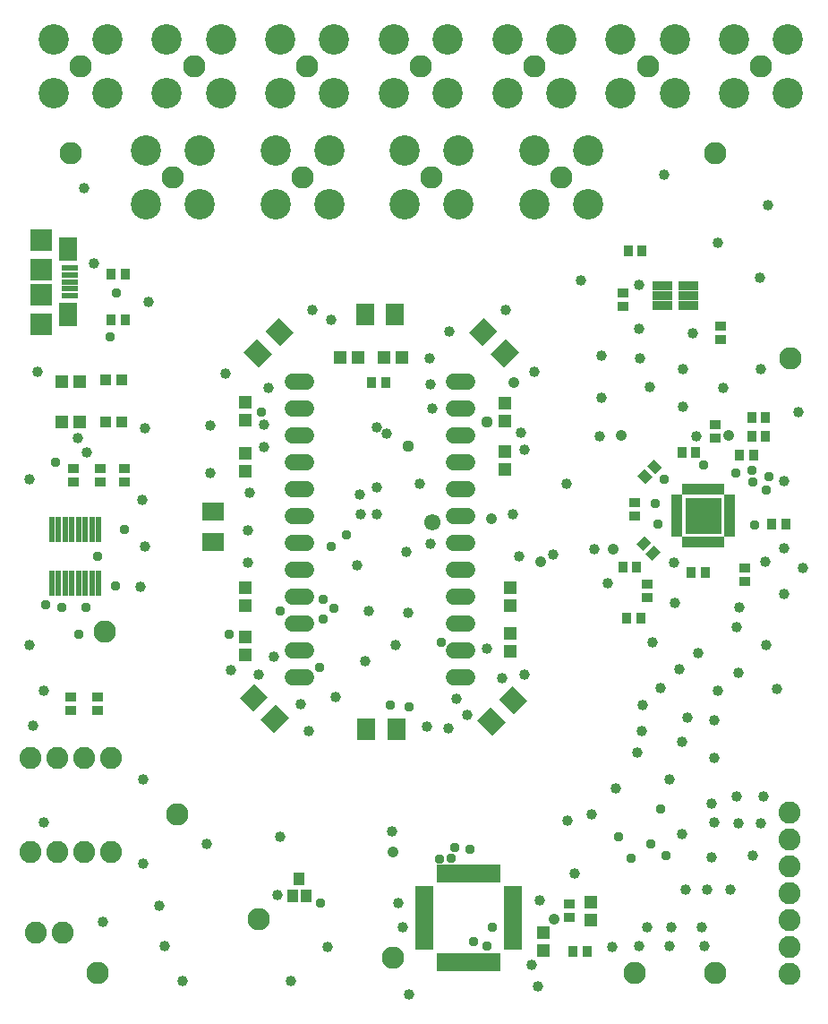
<source format=gbr>
G04 EAGLE Gerber RS-274X export*
G75*
%MOMM*%
%FSLAX34Y34*%
%LPD*%
%INSoldermask Top*%
%IPPOS*%
%AMOC8*
5,1,8,0,0,1.08239X$1,22.5*%
G01*
%ADD10C,2.108200*%
%ADD11R,0.903200X1.103200*%
%ADD12R,1.103200X0.903200*%
%ADD13R,1.203200X1.303200*%
%ADD14C,2.082800*%
%ADD15R,1.553200X0.603200*%
%ADD16R,1.803200X2.303200*%
%ADD17R,2.103200X2.003200*%
%ADD18R,2.103200X2.103200*%
%ADD19R,1.003200X1.003200*%
%ADD20R,1.803200X2.006200*%
%ADD21R,1.303200X1.203200*%
%ADD22R,1.803200X0.503200*%
%ADD23R,0.503200X1.803200*%
%ADD24R,1.828800X0.812800*%
%ADD25R,0.609600X2.489200*%
%ADD26R,1.003200X1.203200*%
%ADD27R,0.508000X1.117600*%
%ADD28R,1.117600X0.508000*%
%ADD29R,3.403600X3.403600*%
%ADD30C,1.061200*%
%ADD31R,2.006200X1.803200*%
%ADD32C,2.870200*%
%ADD33C,1.524000*%
%ADD34C,0.959600*%
%ADD35C,1.009600*%
%ADD36C,1.059600*%
%ADD37C,1.109600*%
%ADD38C,1.553200*%


D10*
X88900Y38100D03*
X673100Y38100D03*
X673100Y812800D03*
X63500Y812800D03*
D11*
X641200Y529590D03*
X654200Y529590D03*
X590400Y720090D03*
X603400Y720090D03*
D12*
X673100Y556410D03*
X673100Y543410D03*
D11*
X720240Y562610D03*
X707240Y562610D03*
X739290Y462280D03*
X726290Y462280D03*
X114450Y698500D03*
X101450Y698500D03*
X114450Y655320D03*
X101450Y655320D03*
D12*
X66040Y514500D03*
X66040Y501500D03*
X91440Y514500D03*
X91440Y501500D03*
X114300Y514500D03*
X114300Y501500D03*
D11*
G36*
X613367Y506507D02*
X606981Y500121D01*
X599181Y507921D01*
X605567Y514307D01*
X613367Y506507D01*
G37*
G36*
X622559Y515699D02*
X616173Y509313D01*
X608373Y517113D01*
X614759Y523499D01*
X622559Y515699D01*
G37*
D13*
X554990Y105020D03*
X554990Y88020D03*
D12*
X534670Y103020D03*
X534670Y90020D03*
D11*
X551330Y58420D03*
X538330Y58420D03*
D12*
X596900Y469750D03*
X596900Y482750D03*
D11*
G36*
X614903Y441917D02*
X621289Y435531D01*
X613489Y427731D01*
X607103Y434117D01*
X614903Y441917D01*
G37*
G36*
X605711Y451109D02*
X612097Y444723D01*
X604297Y436923D01*
X597911Y443309D01*
X605711Y451109D01*
G37*
X650090Y416560D03*
X663090Y416560D03*
D12*
X678180Y636120D03*
X678180Y649120D03*
X585470Y680870D03*
X585470Y667870D03*
D14*
X25400Y152400D03*
X50800Y152400D03*
X76200Y152400D03*
X101600Y152400D03*
X101600Y241300D03*
X76200Y241300D03*
X50800Y241300D03*
X25400Y241300D03*
D15*
X62070Y703880D03*
X62070Y697380D03*
X62070Y690880D03*
X62070Y684380D03*
X62070Y677880D03*
D16*
X60820Y721880D03*
X60820Y659880D03*
D17*
X35320Y730880D03*
X35320Y650880D03*
D18*
X35320Y702880D03*
X35320Y678880D03*
D19*
X96640Y558800D03*
X111640Y558800D03*
X96640Y598170D03*
X111640Y598170D03*
D13*
X359800Y619760D03*
X376800Y619760D03*
D20*
G36*
X454212Y657253D02*
X466963Y644502D01*
X452778Y630317D01*
X440027Y643068D01*
X454212Y657253D01*
G37*
G36*
X474322Y637143D02*
X487073Y624392D01*
X472888Y610207D01*
X460137Y622958D01*
X474322Y637143D01*
G37*
D13*
X55000Y596900D03*
X72000Y596900D03*
X55000Y558800D03*
X72000Y558800D03*
X317890Y619760D03*
X334890Y619760D03*
D21*
X228600Y560460D03*
X228600Y577460D03*
X473710Y559190D03*
X473710Y576190D03*
X228600Y355210D03*
X228600Y338210D03*
X478790Y359020D03*
X478790Y342020D03*
D20*
G36*
X273713Y643068D02*
X260962Y630317D01*
X246777Y644502D01*
X259528Y657253D01*
X273713Y643068D01*
G37*
G36*
X253603Y622958D02*
X240852Y610207D01*
X226667Y624392D01*
X239418Y637143D01*
X253603Y622958D01*
G37*
G36*
X494693Y295088D02*
X481942Y282337D01*
X467757Y296522D01*
X480508Y309273D01*
X494693Y295088D01*
G37*
G36*
X474583Y274978D02*
X461832Y262227D01*
X447647Y276412D01*
X460398Y289163D01*
X474583Y274978D01*
G37*
D21*
X228600Y512200D03*
X228600Y529200D03*
X473710Y513470D03*
X473710Y530470D03*
X228600Y402200D03*
X228600Y385200D03*
X478790Y402200D03*
X478790Y385200D03*
D22*
X481170Y62670D03*
X481170Y67670D03*
X481170Y72670D03*
X481170Y77670D03*
X481170Y82670D03*
X481170Y87670D03*
X481170Y92670D03*
X481170Y97670D03*
X481170Y102670D03*
X481170Y107670D03*
X481170Y112670D03*
X481170Y117670D03*
D23*
X466920Y131920D03*
X461920Y131920D03*
X456920Y131920D03*
X451920Y131920D03*
X446920Y131920D03*
X441920Y131920D03*
X436920Y131920D03*
X431920Y131920D03*
X426920Y131920D03*
X421920Y131920D03*
X416920Y131920D03*
X411920Y131920D03*
D22*
X397670Y117670D03*
X397670Y112670D03*
X397670Y107670D03*
X397670Y102670D03*
X397670Y97670D03*
X397670Y92670D03*
X397670Y87670D03*
X397670Y82670D03*
X397670Y77670D03*
X397670Y72670D03*
X397670Y67670D03*
X397670Y62670D03*
D23*
X411920Y48420D03*
X416920Y48420D03*
X421920Y48420D03*
X426920Y48420D03*
X431920Y48420D03*
X436920Y48420D03*
X441920Y48420D03*
X446920Y48420D03*
X451920Y48420D03*
X456920Y48420D03*
X461920Y48420D03*
X466920Y48420D03*
D24*
X647446Y668680D03*
X647446Y678180D03*
X647446Y687680D03*
X622554Y687680D03*
X622554Y678180D03*
X622554Y668680D03*
D25*
X45085Y406654D03*
X51435Y406654D03*
X57785Y406654D03*
X64135Y406654D03*
X70485Y406654D03*
X76835Y406654D03*
X83185Y406654D03*
X89535Y406654D03*
X89535Y456946D03*
X83185Y456946D03*
X76835Y456946D03*
X70485Y456946D03*
X64135Y456946D03*
X57785Y456946D03*
X51435Y456946D03*
X45085Y456946D03*
D20*
G36*
X237042Y311813D02*
X249793Y299062D01*
X235608Y284877D01*
X222857Y297628D01*
X237042Y311813D01*
G37*
G36*
X257152Y291703D02*
X269903Y278952D01*
X255718Y264767D01*
X242967Y277518D01*
X257152Y291703D01*
G37*
D26*
X279400Y127000D03*
X272900Y111000D03*
X285900Y111000D03*
D14*
X30480Y76200D03*
X55880Y76200D03*
D27*
X679170Y494919D03*
X674170Y494919D03*
X669170Y494919D03*
X664170Y494919D03*
X659170Y494919D03*
X654170Y494919D03*
X649170Y494919D03*
X644170Y494919D03*
D28*
X636651Y487400D03*
X636651Y482400D03*
X636651Y477400D03*
X636651Y472400D03*
X636651Y467400D03*
X636651Y462400D03*
X636651Y457400D03*
X636651Y452400D03*
D27*
X644170Y444881D03*
X649170Y444881D03*
X654170Y444881D03*
X659170Y444881D03*
X664170Y444881D03*
X669170Y444881D03*
X674170Y444881D03*
X679170Y444881D03*
D28*
X686689Y452400D03*
X686689Y457400D03*
X686689Y462400D03*
X686689Y467400D03*
X686689Y472400D03*
X686689Y477400D03*
X686689Y482400D03*
X686689Y487400D03*
D29*
X661670Y469900D03*
D30*
X673100Y481330D03*
X673100Y471170D03*
X673100Y461010D03*
X661670Y469900D03*
X661670Y459740D03*
X661670Y481330D03*
X651510Y481330D03*
X651510Y469900D03*
X651510Y459740D03*
D11*
X347830Y595630D03*
X360830Y595630D03*
D12*
X608330Y392280D03*
X608330Y405280D03*
D11*
X589130Y373380D03*
X602130Y373380D03*
X585320Y421640D03*
X598320Y421640D03*
X720240Y544830D03*
X707240Y544830D03*
X708810Y527050D03*
X695810Y527050D03*
D20*
X342650Y267970D03*
X371090Y267970D03*
X369820Y660400D03*
X341380Y660400D03*
D31*
X198120Y473960D03*
X198120Y445520D03*
D21*
X510540Y58810D03*
X510540Y75810D03*
D10*
X501650Y894715D03*
D32*
X476151Y920214D03*
X527149Y920214D03*
X527149Y869216D03*
X476151Y869216D03*
D10*
X282363Y789940D03*
D32*
X256864Y815439D03*
X307862Y815439D03*
X307862Y764441D03*
X256864Y764441D03*
D10*
X394335Y894715D03*
D32*
X368836Y920214D03*
X419834Y920214D03*
X419834Y869216D03*
X368836Y869216D03*
D10*
X404707Y789940D03*
D32*
X379208Y815439D03*
X430206Y815439D03*
X430206Y764441D03*
X379208Y764441D03*
D12*
X63500Y298600D03*
X63500Y285600D03*
X88900Y298600D03*
X88900Y285600D03*
D14*
X742950Y36830D03*
X742950Y62230D03*
X742950Y87630D03*
X742950Y113030D03*
X742950Y138430D03*
X742950Y163830D03*
X742950Y189230D03*
D33*
X286004Y596900D02*
X272796Y596900D01*
X272796Y571500D02*
X286004Y571500D01*
X286004Y444500D02*
X272796Y444500D01*
X272796Y419100D02*
X286004Y419100D01*
X286004Y546100D02*
X272796Y546100D01*
X272796Y520700D02*
X286004Y520700D01*
X286004Y469900D02*
X272796Y469900D01*
X272796Y495300D02*
X286004Y495300D01*
X286004Y393700D02*
X272796Y393700D01*
X272796Y368300D02*
X286004Y368300D01*
X286004Y342900D02*
X272796Y342900D01*
X272796Y317500D02*
X286004Y317500D01*
X425196Y317500D02*
X438404Y317500D01*
X438404Y342900D02*
X425196Y342900D01*
X425196Y368300D02*
X438404Y368300D01*
X438404Y393700D02*
X425196Y393700D01*
X425196Y419100D02*
X438404Y419100D01*
X438404Y444500D02*
X425196Y444500D01*
X425196Y469900D02*
X438404Y469900D01*
X438404Y495300D02*
X425196Y495300D01*
X425196Y520700D02*
X438404Y520700D01*
X438404Y546100D02*
X425196Y546100D01*
X425196Y571500D02*
X438404Y571500D01*
X438404Y596900D02*
X425196Y596900D01*
D10*
X160020Y789940D03*
D32*
X134521Y815439D03*
X185519Y815439D03*
X185519Y764441D03*
X134521Y764441D03*
D10*
X72390Y894715D03*
D32*
X46891Y920214D03*
X97889Y920214D03*
X97889Y869216D03*
X46891Y869216D03*
D10*
X287020Y894715D03*
D32*
X261521Y920214D03*
X312519Y920214D03*
X312519Y869216D03*
X261521Y869216D03*
D10*
X608965Y894715D03*
D32*
X583466Y920214D03*
X634464Y920214D03*
X634464Y869216D03*
X583466Y869216D03*
D10*
X716280Y894715D03*
D32*
X690781Y920214D03*
X741779Y920214D03*
X741779Y869216D03*
X690781Y869216D03*
D10*
X527050Y789940D03*
D32*
X501551Y815439D03*
X552549Y815439D03*
X552549Y764441D03*
X501551Y764441D03*
D10*
X179705Y894715D03*
D32*
X154206Y920214D03*
X205204Y920214D03*
X205204Y869216D03*
X154206Y869216D03*
D12*
X701040Y407520D03*
X701040Y420520D03*
D34*
X661670Y518160D03*
X624840Y504190D03*
X615950Y481330D03*
X618490Y462280D03*
D35*
X488950Y548640D03*
X492760Y532130D03*
D34*
X213360Y358140D03*
X243840Y567690D03*
D35*
X133350Y440690D03*
X38100Y304800D03*
X132080Y220980D03*
X191770Y160020D03*
X38100Y180340D03*
X132080Y140970D03*
X147320Y101600D03*
X27940Y271780D03*
X168910Y30480D03*
X271780Y30480D03*
X306070Y62230D03*
X152400Y63500D03*
X93980Y86360D03*
X383540Y17780D03*
X505460Y25400D03*
X575310Y62230D03*
X600710Y63500D03*
X629920Y63500D03*
X608330Y81280D03*
X556260Y187960D03*
X261620Y166370D03*
X755650Y420370D03*
X539750Y132080D03*
X671830Y276860D03*
X641350Y256540D03*
X638810Y325120D03*
X633730Y425450D03*
X695960Y383540D03*
X720090Y426720D03*
X737870Y502920D03*
X751840Y567690D03*
X716280Y608330D03*
X651510Y642620D03*
X680720Y590550D03*
X600710Y646430D03*
X600710Y688340D03*
X546100Y692150D03*
X675640Y727710D03*
X715010Y694690D03*
X722630Y763270D03*
X624840Y792480D03*
X438150Y281940D03*
X280670Y292100D03*
X231140Y425450D03*
X420370Y269240D03*
X471170Y316230D03*
X241300Y320040D03*
X288290Y266700D03*
X214630Y323850D03*
X427990Y297180D03*
X400050Y270510D03*
X492760Y320040D03*
X76200Y779780D03*
X137160Y671830D03*
X133350Y552450D03*
X130810Y485140D03*
X31750Y605790D03*
X24130Y504190D03*
X24130Y347980D03*
X129540Y402590D03*
X655320Y544830D03*
X635000Y387350D03*
X69850Y543560D03*
X642620Y572770D03*
X642620Y608330D03*
X601980Y618490D03*
X610870Y591820D03*
X209550Y604520D03*
X292100Y664210D03*
X421640Y643890D03*
D36*
X461010Y467360D03*
D35*
X487680Y431800D03*
X532130Y500380D03*
X558800Y438150D03*
X565150Y621030D03*
X565150Y581660D03*
X563880Y544830D03*
X571500Y406400D03*
X501650Y605790D03*
X474980Y664210D03*
X662940Y63500D03*
X377190Y81280D03*
X195580Y554990D03*
X195580Y510540D03*
X231140Y455930D03*
X361950Y547370D03*
X337820Y471170D03*
X336550Y490220D03*
X393700Y500380D03*
X381000Y435610D03*
X403860Y443230D03*
X382270Y378460D03*
X345440Y379730D03*
X341630Y332740D03*
X370840Y347980D03*
X313690Y298450D03*
X255270Y336550D03*
X457200Y344170D03*
X402590Y618490D03*
X334010Y422910D03*
X353060Y553720D03*
X405130Y571500D03*
X403860Y594360D03*
X246380Y556260D03*
X250190Y590550D03*
X246380Y534670D03*
X232410Y491490D03*
X353060Y471170D03*
X353060Y496570D03*
X309880Y655320D03*
X533400Y181610D03*
X621030Y307340D03*
X656590Y340360D03*
X367030Y171450D03*
X519430Y433070D03*
X645160Y116840D03*
X665480Y116840D03*
X687070Y116840D03*
X631190Y81280D03*
X660400Y81280D03*
X669290Y147320D03*
X641350Y168910D03*
X708660Y148590D03*
X671830Y180340D03*
X694690Y179070D03*
X716280Y179070D03*
X669290Y198120D03*
X693420Y204470D03*
X718820Y204470D03*
X731520Y306070D03*
X693420Y364490D03*
X646430Y279400D03*
X694690Y321310D03*
X675640Y304800D03*
X604520Y290830D03*
X603250Y266700D03*
X599440Y246380D03*
X579120Y212090D03*
X629920Y220980D03*
X671830Y241300D03*
X721360Y347980D03*
X737870Y396240D03*
X737870Y439420D03*
X613410Y350520D03*
X481330Y471170D03*
X506730Y106680D03*
D36*
X520700Y88900D03*
X368300Y152400D03*
D10*
X596900Y38100D03*
D34*
X457200Y63500D03*
D35*
X259080Y111760D03*
D10*
X241300Y88900D03*
D34*
X444500Y67310D03*
X299720Y104140D03*
D36*
X508000Y426720D03*
D34*
X39370Y386080D03*
X411920Y145226D03*
D10*
X163830Y187960D03*
D34*
X71120Y358140D03*
X422910Y146050D03*
D10*
X95250Y360680D03*
D34*
X626110Y148590D03*
X721360Y494030D03*
X593090Y146050D03*
X708660Y501650D03*
X581660Y166370D03*
X692150Y510540D03*
X462280Y81280D03*
X612140Y160020D03*
X723900Y506730D03*
X440690Y154940D03*
X707390Y513080D03*
X426720Y156210D03*
X621030Y193040D03*
X709930Y461010D03*
D35*
X373380Y104140D03*
X499110Y45720D03*
X85090Y708660D03*
X78740Y529590D03*
D34*
X106680Y680720D03*
X114300Y457200D03*
X100330Y638810D03*
X105410Y403860D03*
X48678Y520700D03*
X88900Y431800D03*
D36*
X576580Y438150D03*
X584200Y546100D03*
X482600Y595630D03*
X685800Y546100D03*
D34*
X365760Y290830D03*
X298450Y326390D03*
D37*
X457200Y558800D03*
X382270Y535940D03*
D10*
X744220Y618490D03*
D38*
X405130Y463550D03*
D34*
X77470Y383540D03*
X54610Y383540D03*
D10*
X368300Y52070D03*
D34*
X261620Y379730D03*
X302260Y372110D03*
X302260Y391160D03*
X309880Y440690D03*
X312420Y382270D03*
X323850Y452120D03*
X383540Y289560D03*
X414047Y350040D03*
M02*

</source>
